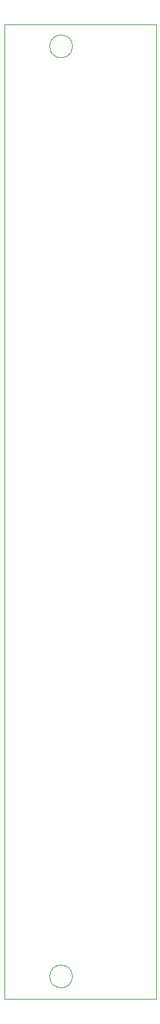
<source format=gko>
%TF.GenerationSoftware,KiCad,Pcbnew,5.1.7-a382d34a8~87~ubuntu18.04.1*%
%TF.CreationDate,2020-10-20T20:58:06+01:00*%
%TF.ProjectId,transistor-matchers,7472616e-7369-4737-946f-722d6d617463,rev?*%
%TF.SameCoordinates,Original*%
%TF.FileFunction,Profile,NP*%
%FSLAX46Y46*%
G04 Gerber Fmt 4.6, Leading zero omitted, Abs format (unit mm)*
G04 Created by KiCad (PCBNEW 5.1.7-a382d34a8~87~ubuntu18.04.1) date 2020-10-20 20:58:06*
%MOMM*%
%LPD*%
G01*
G04 APERTURE LIST*
%TA.AperFunction,Profile*%
%ADD10C,0.100000*%
%TD*%
G04 APERTURE END LIST*
D10*
X153694830Y-64599980D02*
X173674830Y-64599980D01*
X173674830Y-64599980D02*
X173674830Y-192999980D01*
X162694830Y-189999980D02*
G75*
G03*
X162694830Y-189999980I-1500000J0D01*
G01*
X162694830Y-67499980D02*
G75*
G03*
X162694830Y-67499980I-1500000J0D01*
G01*
X173674830Y-192999980D02*
X153694830Y-192999980D01*
X153694830Y-192999980D02*
X153694830Y-64599980D01*
M02*

</source>
